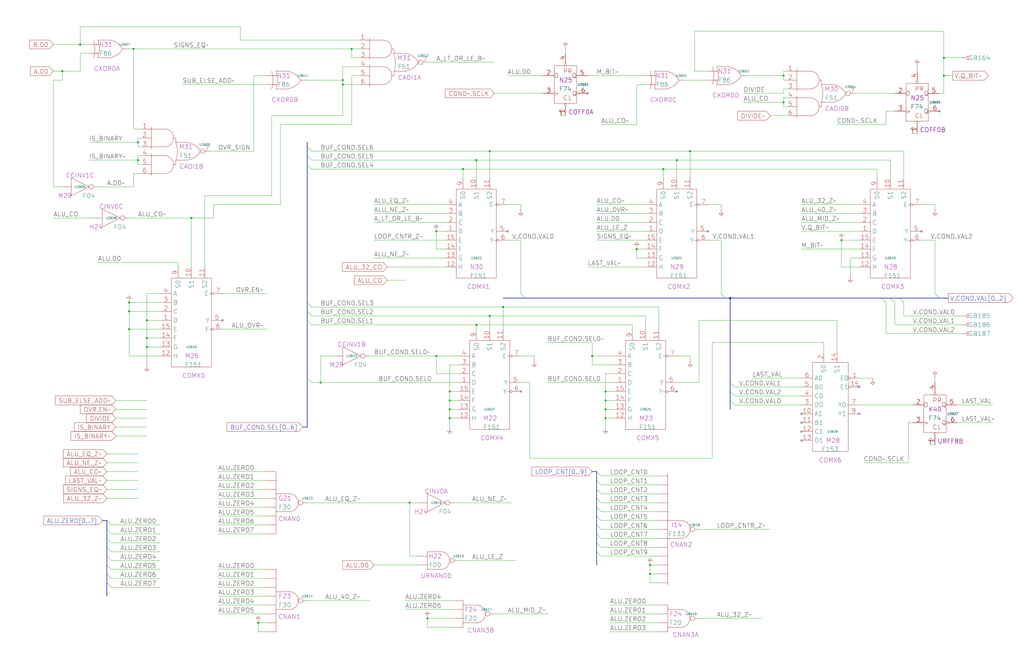
<source format=kicad_sch>
(kicad_sch (version 20250114) (generator "eeschema") (generator_version "9.0")
  (paper "User" 584.2 378.46)
  (title_block (title "CONDITION LOGIC") (date "22-MAR-90") (rev "1.0") (comment 1 "VALUE") (comment 2 "232-003063") (comment 3 "S400") (comment 4 "RELEASED"))
  (junction (at 256.54 238.76))
  (junction (at 370.84 322.58))
  (junction (at 480.06 137.16))
  (junction (at 264.16 96.52))
  (junction (at 200.66 27.94))
  (junction (at 393.7 86.36))
  (junction (at 109.22 124.46))
  (junction (at 370.84 327.66))
  (junction (at 73.66 177.8))
  (junction (at 195.58 45.72))
  (junction (at 76.2 27.94))
  (junction (at 233.68 287.02))
  (junction (at 363.22 142.24))
  (junction (at 279.4 180.34))
  (junction (at 78.74 91.44))
  (junction (at 378.46 96.52))
  (junction (at 416.56 170.18))
  (junction (at 182.88 218.44))
  (junction (at 147.32 355.6))
  (junction (at 538.48 43.18))
  (junction (at 45.72 25.4))
  (junction (at 538.48 33.02))
  (junction (at 195.58 48.26))
  (junction (at 35.56 40.64))
  (junction (at 256.54 223.52))
  (junction (at 256.54 228.6))
  (junction (at 279.4 86.36))
  (junction (at 73.66 172.72))
  (junction (at 345.44 238.76))
  (junction (at 83.82 198.12))
  (junction (at 243.84 353.06))
  (junction (at 271.78 91.44))
  (junction (at 345.44 233.68))
  (junction (at 248.92 132.08))
  (junction (at 83.82 193.04))
  (junction (at 345.44 228.6))
  (junction (at 447.04 58.42))
  (junction (at 287.02 175.26))
  (junction (at 386.08 91.44))
  (junction (at 248.92 203.2))
  (junction (at 345.44 223.52))
  (junction (at 73.66 187.96))
  (junction (at 78.74 81.28))
  (junction (at 83.82 182.88))
  (junction (at 256.54 233.68))
  (junction (at 447.04 43.18))
  (junction (at 337.82 203.2))
  (junction (at 271.78 185.42))
  (no_connect (at 457.2 241.3))
  (no_connect (at 386.08 223.52))
  (no_connect (at 535.94 63.5))
  (no_connect (at 335.28 53.34))
  (no_connect (at 127 182.88))
  (no_connect (at 457.2 246.38))
  (no_connect (at 457.2 236.22))
  (no_connect (at 525.78 132.08))
  (no_connect (at 403.86 132.08))
  (no_connect (at 490.22 236.22))
  (no_connect (at 490.22 220.98))
  (no_connect (at 457.2 251.46))
  (no_connect (at 289.56 132.08))
  (no_connect (at 297.18 223.52))
  (bus_entry (at 175.26 83.82) (size 2.54 2.54))
  (bus_entry (at 340.36 269.24) (size 2.54 2.54))
  (bus_entry (at 175.26 215.9) (size 2.54 2.54))
  (bus_entry (at 416.56 223.52) (size 2.54 2.54))
  (bus_entry (at 411.48 167.64) (size 2.54 2.54))
  (bus_entry (at 175.26 182.88) (size 2.54 2.54))
  (bus_entry (at 502.92 170.18) (size 2.54 2.54))
  (bus_entry (at 60.96 307.34) (size 2.54 2.54))
  (bus_entry (at 340.36 279.4) (size 2.54 2.54))
  (bus_entry (at 175.26 177.8) (size 2.54 2.54))
  (bus_entry (at 60.96 332.74) (size 2.54 2.54))
  (bus_entry (at 175.26 172.72) (size 2.54 2.54))
  (bus_entry (at 340.36 309.88) (size 2.54 2.54))
  (bus_entry (at 340.36 274.32) (size 2.54 2.54))
  (bus_entry (at 60.96 317.5) (size 2.54 2.54))
  (bus_entry (at 340.36 284.48) (size 2.54 2.54))
  (bus_entry (at 175.26 88.9) (size 2.54 2.54))
  (bus_entry (at 508 170.18) (size 2.54 2.54))
  (bus_entry (at 60.96 302.26) (size 2.54 2.54))
  (bus_entry (at 340.36 299.72) (size 2.54 2.54))
  (bus_entry (at 60.96 322.58) (size 2.54 2.54))
  (bus_entry (at 533.4 167.64) (size 2.54 2.54))
  (bus_entry (at 175.26 93.98) (size 2.54 2.54))
  (bus_entry (at 513.08 170.18) (size 2.54 2.54))
  (bus_entry (at 60.96 327.66) (size 2.54 2.54))
  (bus_entry (at 297.18 167.64) (size 2.54 2.54))
  (bus_entry (at 340.36 294.64) (size 2.54 2.54))
  (bus_entry (at 340.36 304.8) (size 2.54 2.54))
  (bus_entry (at 416.56 218.44) (size 2.54 2.54))
  (bus_entry (at 416.56 228.6) (size 2.54 2.54))
  (bus_entry (at 60.96 312.42) (size 2.54 2.54))
  (bus_entry (at 60.96 297.18) (size 2.54 2.54))
  (bus_entry (at 340.36 289.56) (size 2.54 2.54))
  (bus_entry (at 340.36 314.96) (size 2.54 2.54))
  (wire (pts (xy 515.62 172.72) (xy 515.62 180.34)))
  (wire (pts (xy 63.5 325.12) (xy 91.44 325.12)))
  (wire (pts (xy 213.36 121.92) (xy 254 121.92)))
  (wire (pts (xy 78.74 91.44) (xy 78.74 88.9)))
  (wire (pts (xy 233.68 317.5) (xy 233.68 287.02)))
  (wire (pts (xy 73.66 172.72) (xy 91.44 172.72)))
  (wire (pts (xy 83.82 198.12) (xy 91.44 198.12)))
  (wire (pts (xy 73.66 187.96) (xy 73.66 177.8)))
  (wire (pts (xy 457.2 142.24) (xy 490.22 142.24)))
  (wire (pts (xy 345.44 223.52) (xy 350.52 223.52)))
  (wire (pts (xy 335.28 43.18) (xy 368.3 43.18)))
  (wire (pts (xy 386.08 218.44) (xy 398.78 218.44)))
  (wire (pts (xy 261.62 208.28) (xy 256.54 208.28)))
  (wire (pts (xy 137.16 22.86) (xy 137.16 15.24)))
  (wire (pts (xy 340.36 127) (xy 368.3 127)))
  (wire (pts (xy 121.92 116.84) (xy 121.92 124.46)))
  (wire (pts (xy 175.26 342.9) (xy 210.82 342.9)))
  (wire (pts (xy 81.28 93.98) (xy 78.74 93.98)))
  (wire (pts (xy 515.62 86.36) (xy 515.62 101.6)))
  (wire (pts (xy 248.92 213.36) (xy 248.92 203.2)))
  (wire (pts (xy 124.46 325.12) (xy 152.4 325.12)))
  (wire (pts (xy 518.16 264.16) (xy 518.16 241.3)))
  (wire (pts (xy 505.46 190.5) (xy 505.46 172.72)))
  (wire (pts (xy 279.4 86.36) (xy 393.7 86.36)))
  (wire (pts (xy 363.22 147.32) (xy 363.22 142.24)))
  (wire (pts (xy 419.1 226.06) (xy 457.2 226.06)))
  (wire (pts (xy 63.5 314.96) (xy 91.44 314.96)))
  (wire (pts (xy 457.2 121.92) (xy 490.22 121.92)))
  (wire (pts (xy 411.48 137.16) (xy 411.48 167.64)))
  (wire (pts (xy 63.5 299.72) (xy 91.44 299.72)))
  (wire (pts (xy 350.52 213.36) (xy 345.44 213.36)))
  (wire (pts (xy 281.94 53.34) (xy 309.88 53.34)))
  (wire (pts (xy 231.14 347.98) (xy 259.08 347.98)))
  (wire (pts (xy 35.56 106.68) (xy 30.48 106.68)))
  (bus (pts (xy 175.26 182.88) (xy 175.26 215.9)))
  (wire (pts (xy 124.46 269.24) (xy 152.4 269.24)))
  (bus (pts (xy 175.26 81.28) (xy 175.26 83.82)))
  (wire (pts (xy 398.78 302.26) (xy 439.42 302.26)))
  (wire (pts (xy 254 142.24) (xy 248.92 142.24)))
  (wire (pts (xy 340.36 137.16) (xy 368.3 137.16)))
  (bus (pts (xy 416.56 170.18) (xy 416.56 218.44)))
  (wire (pts (xy 55.88 106.68) (xy 76.2 106.68)))
  (bus (pts (xy 60.96 322.58) (xy 60.96 327.66)))
  (wire (pts (xy 63.5 309.88) (xy 91.44 309.88)))
  (wire (pts (xy 78.74 78.74) (xy 81.28 78.74)))
  (wire (pts (xy 119.38 86.36) (xy 144.78 86.36)))
  (wire (pts (xy 538.48 33.02) (xy 538.48 43.18)))
  (bus (pts (xy 175.26 172.72) (xy 175.26 177.8)))
  (wire (pts (xy 124.46 289.56) (xy 152.4 289.56)))
  (wire (pts (xy 182.88 203.2) (xy 190.5 203.2)))
  (wire (pts (xy 60.96 269.24) (xy 78.74 269.24)))
  (wire (pts (xy 535.94 53.34) (xy 538.48 53.34)))
  (wire (pts (xy 426.72 43.18) (xy 447.04 43.18)))
  (wire (pts (xy 345.44 233.68) (xy 345.44 238.76)))
  (wire (pts (xy 345.44 228.6) (xy 350.52 228.6)))
  (wire (pts (xy 345.44 238.76) (xy 345.44 243.84)))
  (wire (pts (xy 386.08 91.44) (xy 508 91.44)))
  (wire (pts (xy 525.78 137.16) (xy 533.4 137.16)))
  (wire (pts (xy 347.98 345.44) (xy 375.92 345.44)))
  (wire (pts (xy 477.52 182.88) (xy 477.52 200.66)))
  (bus (pts (xy 175.26 88.9) (xy 175.26 93.98)))
  (wire (pts (xy 457.2 132.08) (xy 490.22 132.08)))
  (wire (pts (xy 50.8 91.44) (xy 78.74 91.44)))
  (wire (pts (xy 297.18 119.38) (xy 297.18 116.84)))
  (wire (pts (xy 297.18 203.2) (xy 304.8 203.2)))
  (wire (pts (xy 289.56 116.84) (xy 297.18 116.84)))
  (wire (pts (xy 424.18 58.42) (xy 447.04 58.42)))
  (wire (pts (xy 259.08 358.14) (xy 243.84 358.14)))
  (bus (pts (xy 60.96 302.26) (xy 60.96 307.34)))
  (wire (pts (xy 342.9 302.26) (xy 375.92 302.26)))
  (wire (pts (xy 538.48 43.18) (xy 543.56 43.18)))
  (wire (pts (xy 393.7 86.36) (xy 515.62 86.36)))
  (wire (pts (xy 195.58 45.72) (xy 195.58 38.1)))
  (wire (pts (xy 182.88 218.44) (xy 261.62 218.44)))
  (wire (pts (xy 457.2 116.84) (xy 490.22 116.84)))
  (wire (pts (xy 60.96 279.4) (xy 78.74 279.4)))
  (wire (pts (xy 368.3 180.34) (xy 368.3 187.96)))
  (bus (pts (xy 58.42 297.18) (xy 60.96 297.18)))
  (wire (pts (xy 370.84 327.66) (xy 375.92 327.66)))
  (wire (pts (xy 261.62 223.52) (xy 256.54 223.52)))
  (wire (pts (xy 147.32 360.68) (xy 147.32 355.6)))
  (wire (pts (xy 533.4 137.16) (xy 533.4 167.64)))
  (wire (pts (xy 124.46 335.28) (xy 152.4 335.28)))
  (wire (pts (xy 429.26 215.9) (xy 457.2 215.9)))
  (wire (pts (xy 490.22 152.4) (xy 480.06 152.4)))
  (wire (pts (xy 447.04 50.8) (xy 449.58 50.8)))
  (wire (pts (xy 83.82 193.04) (xy 83.82 198.12)))
  (wire (pts (xy 124.46 294.64) (xy 152.4 294.64)))
  (wire (pts (xy 73.66 187.96) (xy 91.44 187.96)))
  (wire (pts (xy 116.84 111.76) (xy 154.94 111.76)))
  (wire (pts (xy 271.78 91.44) (xy 271.78 101.6)))
  (bus (pts (xy 340.36 279.4) (xy 340.36 284.48)))
  (wire (pts (xy 271.78 185.42) (xy 271.78 187.96)))
  (bus (pts (xy 416.56 218.44) (xy 416.56 223.52)))
  (bus (pts (xy 340.36 284.48) (xy 340.36 289.56)))
  (wire (pts (xy 393.7 86.36) (xy 393.7 101.6)))
  (wire (pts (xy 243.84 35.56) (xy 281.94 35.56)))
  (bus (pts (xy 60.96 332.74) (xy 60.96 340.36)))
  (wire (pts (xy 546.1 241.3) (xy 566.42 241.3)))
  (wire (pts (xy 35.56 40.64) (xy 35.56 45.72)))
  (wire (pts (xy 546.1 231.14) (xy 566.42 231.14)))
  (wire (pts (xy 177.8 91.44) (xy 271.78 91.44)))
  (wire (pts (xy 66.04 228.6) (xy 83.82 228.6)))
  (wire (pts (xy 195.58 48.26) (xy 195.58 66.04)))
  (wire (pts (xy 447.04 53.34) (xy 447.04 50.8)))
  (wire (pts (xy 264.16 96.52) (xy 378.46 96.52)))
  (wire (pts (xy 447.04 45.72) (xy 447.04 43.18)))
  (wire (pts (xy 60.96 284.48) (xy 78.74 284.48)))
  (wire (pts (xy 360.68 185.42) (xy 360.68 187.96)))
  (wire (pts (xy 124.46 330.2) (xy 152.4 330.2)))
  (wire (pts (xy 248.92 203.2) (xy 261.62 203.2)))
  (wire (pts (xy 177.8 175.26) (xy 287.02 175.26)))
  (bus (pts (xy 416.56 170.18) (xy 502.92 170.18)))
  (wire (pts (xy 345.44 228.6) (xy 345.44 233.68)))
  (bus (pts (xy 60.96 327.66) (xy 60.96 332.74)))
  (wire (pts (xy 480.06 152.4) (xy 480.06 137.16)))
  (wire (pts (xy 370.84 332.74) (xy 370.84 327.66)))
  (wire (pts (xy 177.8 180.34) (xy 279.4 180.34)))
  (wire (pts (xy 175.26 45.72) (xy 195.58 45.72)))
  (bus (pts (xy 502.92 170.18) (xy 508 170.18)))
  (wire (pts (xy 302.26 218.44) (xy 302.26 261.62)))
  (wire (pts (xy 30.48 124.46) (xy 53.34 124.46)))
  (wire (pts (xy 76.2 27.94) (xy 200.66 27.94)))
  (wire (pts (xy 76.2 106.68) (xy 76.2 99.06)))
  (wire (pts (xy 63.5 335.28) (xy 91.44 335.28)))
  (bus (pts (xy 60.96 297.18) (xy 60.96 302.26)))
  (wire (pts (xy 182.88 218.44) (xy 182.88 203.2)))
  (wire (pts (xy 370.84 322.58) (xy 375.92 322.58)))
  (bus (pts (xy 340.36 274.32) (xy 340.36 279.4)))
  (wire (pts (xy 124.46 350.52) (xy 152.4 350.52)))
  (wire (pts (xy 256.54 238.76) (xy 256.54 243.84)))
  (wire (pts (xy 485.14 157.48) (xy 485.14 147.32)))
  (wire (pts (xy 335.28 152.4) (xy 368.3 152.4)))
  (wire (pts (xy 375.92 175.26) (xy 375.92 187.96)))
  (wire (pts (xy 205.74 48.26) (xy 195.58 48.26)))
  (wire (pts (xy 345.44 233.68) (xy 350.52 233.68)))
  (wire (pts (xy 160.02 116.84) (xy 121.92 116.84)))
  (wire (pts (xy 73.66 27.94) (xy 76.2 27.94)))
  (bus (pts (xy 535.94 170.18) (xy 541.02 170.18)))
  (wire (pts (xy 233.68 287.02) (xy 238.76 287.02)))
  (wire (pts (xy 525.78 116.84) (xy 533.4 116.84)))
  (wire (pts (xy 449.58 60.96) (xy 447.04 60.96)))
  (wire (pts (xy 393.7 205.74) (xy 393.7 203.2)))
  (wire (pts (xy 345.44 238.76) (xy 350.52 238.76)))
  (bus (pts (xy 414.02 170.18) (xy 416.56 170.18)))
  (wire (pts (xy 66.04 243.84) (xy 83.82 243.84)))
  (wire (pts (xy 55.88 149.86) (xy 101.6 149.86)))
  (wire (pts (xy 424.18 53.34) (xy 447.04 53.34)))
  (wire (pts (xy 533.4 215.9) (xy 533.4 218.44)))
  (wire (pts (xy 73.66 203.2) (xy 73.66 187.96)))
  (wire (pts (xy 287.02 175.26) (xy 375.92 175.26)))
  (wire (pts (xy 147.32 355.6) (xy 152.4 355.6)))
  (wire (pts (xy 518.16 241.3) (xy 520.7 241.3)))
  (wire (pts (xy 271.78 91.44) (xy 386.08 91.44)))
  (wire (pts (xy 83.82 167.64) (xy 83.82 182.88)))
  (wire (pts (xy 45.72 30.48) (xy 50.8 30.48)))
  (wire (pts (xy 60.96 264.16) (xy 78.74 264.16)))
  (wire (pts (xy 177.8 185.42) (xy 271.78 185.42)))
  (wire (pts (xy 81.28 83.82) (xy 78.74 83.82)))
  (wire (pts (xy 124.46 340.36) (xy 152.4 340.36)))
  (wire (pts (xy 248.92 132.08) (xy 254 132.08)))
  (wire (pts (xy 342.9 317.5) (xy 375.92 317.5)))
  (wire (pts (xy 490.22 215.9) (xy 497.84 215.9)))
  (wire (pts (xy 220.98 152.4) (xy 254 152.4)))
  (wire (pts (xy 419.1 231.14) (xy 457.2 231.14)))
  (wire (pts (xy 368.3 147.32) (xy 363.22 147.32)))
  (wire (pts (xy 256.54 233.68) (xy 256.54 238.76)))
  (wire (pts (xy 137.16 15.24) (xy 45.72 15.24)))
  (wire (pts (xy 403.86 40.64) (xy 396.24 40.64)))
  (wire (pts (xy 154.94 111.76) (xy 154.94 66.04)))
  (wire (pts (xy 508 91.44) (xy 508 101.6)))
  (wire (pts (xy 35.56 40.64) (xy 45.72 40.64)))
  (wire (pts (xy 279.4 180.34) (xy 368.3 180.34)))
  (wire (pts (xy 406.4 195.58) (xy 469.9 195.58)))
  (wire (pts (xy 73.66 177.8) (xy 73.66 172.72)))
  (wire (pts (xy 342.9 281.94) (xy 375.92 281.94)))
  (wire (pts (xy 530.86 254) (xy 533.4 254)))
  (wire (pts (xy 406.4 261.62) (xy 406.4 195.58)))
  (wire (pts (xy 492.76 264.16) (xy 518.16 264.16)))
  (wire (pts (xy 342.9 271.78) (xy 375.92 271.78)))
  (wire (pts (xy 50.8 81.28) (xy 78.74 81.28)))
  (wire (pts (xy 213.36 322.58) (xy 238.76 322.58)))
  (bus (pts (xy 340.36 289.56) (xy 340.36 294.64)))
  (bus (pts (xy 172.72 243.84) (xy 175.26 243.84)))
  (wire (pts (xy 340.36 132.08) (xy 368.3 132.08)))
  (wire (pts (xy 213.36 116.84) (xy 254 116.84)))
  (wire (pts (xy 449.58 45.72) (xy 447.04 45.72)))
  (wire (pts (xy 200.66 43.18) (xy 200.66 71.12)))
  (wire (pts (xy 248.92 142.24) (xy 248.92 132.08)))
  (wire (pts (xy 124.46 274.32) (xy 152.4 274.32)))
  (wire (pts (xy 342.9 297.18) (xy 375.92 297.18)))
  (wire (pts (xy 177.8 218.44) (xy 182.88 218.44)))
  (wire (pts (xy 548.64 190.5) (xy 505.46 190.5)))
  (wire (pts (xy 30.48 25.4) (xy 45.72 25.4)))
  (wire (pts (xy 322.58 27.94) (xy 322.58 30.48)))
  (wire (pts (xy 264.16 96.52) (xy 264.16 101.6)))
  (wire (pts (xy 160.02 71.12) (xy 160.02 116.84)))
  (wire (pts (xy 271.78 185.42) (xy 360.68 185.42)))
  (wire (pts (xy 259.08 287.02) (xy 292.1 287.02)))
  (wire (pts (xy 312.42 218.44) (xy 350.52 218.44)))
  (wire (pts (xy 520.7 76.2) (xy 523.24 76.2)))
  (wire (pts (xy 538.48 17.78) (xy 538.48 33.02)))
  (wire (pts (xy 396.24 17.78) (xy 538.48 17.78)))
  (wire (pts (xy 447.04 55.88) (xy 449.58 55.88)))
  (wire (pts (xy 205.74 43.18) (xy 200.66 43.18)))
  (bus (pts (xy 60.96 307.34) (xy 60.96 312.42)))
  (bus (pts (xy 340.36 269.24) (xy 340.36 274.32)))
  (bus (pts (xy 175.26 215.9) (xy 175.26 243.84)))
  (bus (pts (xy 416.56 223.52) (xy 416.56 228.6)))
  (wire (pts (xy 386.08 203.2) (xy 393.7 203.2)))
  (wire (pts (xy 340.36 121.92) (xy 368.3 121.92)))
  (wire (pts (xy 289.56 43.18) (xy 309.88 43.18)))
  (bus (pts (xy 287.02 170.18) (xy 299.72 170.18)))
  (wire (pts (xy 124.46 299.72) (xy 152.4 299.72)))
  (wire (pts (xy 121.92 124.46) (xy 109.22 124.46)))
  (wire (pts (xy 320.04 66.04) (xy 322.58 66.04)))
  (wire (pts (xy 104.14 48.26) (xy 152.4 48.26)))
  (wire (pts (xy 195.58 38.1) (xy 205.74 38.1)))
  (wire (pts (xy 500.38 96.52) (xy 500.38 101.6)))
  (wire (pts (xy 378.46 96.52) (xy 500.38 96.52)))
  (wire (pts (xy 505.46 71.12) (xy 505.46 63.5)))
  (wire (pts (xy 243.84 353.06) (xy 259.08 353.06)))
  (wire (pts (xy 256.54 223.52) (xy 256.54 228.6)))
  (wire (pts (xy 510.54 185.42) (xy 510.54 172.72)))
  (bus (pts (xy 60.96 317.5) (xy 60.96 322.58)))
  (wire (pts (xy 279.4 86.36) (xy 279.4 101.6)))
  (wire (pts (xy 279.4 180.34) (xy 279.4 187.96)))
  (wire (pts (xy 109.22 124.46) (xy 73.66 124.46)))
  (wire (pts (xy 261.62 320.04) (xy 294.64 320.04)))
  (wire (pts (xy 347.98 350.52) (xy 375.92 350.52)))
  (wire (pts (xy 238.76 317.5) (xy 233.68 317.5)))
  (wire (pts (xy 213.36 147.32) (xy 254 147.32)))
  (wire (pts (xy 363.22 48.26) (xy 363.22 71.12)))
  (wire (pts (xy 396.24 40.64) (xy 396.24 17.78)))
  (bus (pts (xy 60.96 312.42) (xy 60.96 317.5)))
  (wire (pts (xy 302.26 261.62) (xy 406.4 261.62)))
  (wire (pts (xy 78.74 88.9) (xy 81.28 88.9)))
  (wire (pts (xy 403.86 137.16) (xy 411.48 137.16)))
  (wire (pts (xy 457.2 127) (xy 490.22 127)))
  (wire (pts (xy 45.72 15.24) (xy 45.72 25.4)))
  (wire (pts (xy 231.14 342.9) (xy 259.08 342.9)))
  (wire (pts (xy 477.52 71.12) (xy 505.46 71.12)))
  (wire (pts (xy 398.78 353.06) (xy 434.34 353.06)))
  (wire (pts (xy 391.16 45.72) (xy 403.86 45.72)))
  (wire (pts (xy 101.6 149.86) (xy 101.6 152.4)))
  (wire (pts (xy 210.82 203.2) (xy 248.92 203.2)))
  (wire (pts (xy 256.54 233.68) (xy 261.62 233.68)))
  (wire (pts (xy 116.84 152.4) (xy 116.84 111.76)))
  (wire (pts (xy 124.46 279.4) (xy 152.4 279.4)))
  (wire (pts (xy 30.48 106.68) (xy 30.48 45.72)))
  (bus (pts (xy 340.36 314.96) (xy 340.36 322.58)))
  (wire (pts (xy 304.8 205.74) (xy 304.8 203.2)))
  (wire (pts (xy 177.8 96.52) (xy 264.16 96.52)))
  (wire (pts (xy 76.2 99.06) (xy 81.28 99.06)))
  (wire (pts (xy 342.9 287.02) (xy 375.92 287.02)))
  (bus (pts (xy 340.36 304.8) (xy 340.36 309.88)))
  (wire (pts (xy 60.96 259.08) (xy 78.74 259.08)))
  (wire (pts (xy 261.62 213.36) (xy 248.92 213.36)))
  (wire (pts (xy 256.54 228.6) (xy 256.54 233.68)))
  (wire (pts (xy 66.04 248.92) (xy 83.82 248.92)))
  (bus (pts (xy 175.26 177.8) (xy 175.26 182.88)))
  (wire (pts (xy 363.22 71.12) (xy 342.9 71.12)))
  (wire (pts (xy 154.94 66.04) (xy 195.58 66.04)))
  (wire (pts (xy 297.18 218.44) (xy 302.26 218.44)))
  (wire (pts (xy 83.82 193.04) (xy 91.44 193.04)))
  (wire (pts (xy 109.22 124.46) (xy 109.22 152.4)))
  (wire (pts (xy 195.58 45.72) (xy 195.58 48.26)))
  (wire (pts (xy 200.66 71.12) (xy 160.02 71.12)))
  (wire (pts (xy 45.72 40.64) (xy 45.72 30.48)))
  (wire (pts (xy 124.46 345.44) (xy 152.4 345.44)))
  (wire (pts (xy 439.42 66.04) (xy 449.58 66.04)))
  (wire (pts (xy 337.82 208.28) (xy 350.52 208.28)))
  (wire (pts (xy 220.98 160.02) (xy 231.14 160.02)))
  (wire (pts (xy 347.98 355.6) (xy 375.92 355.6)))
  (wire (pts (xy 127 187.96) (xy 152.4 187.96)))
  (wire (pts (xy 63.5 304.8) (xy 91.44 304.8)))
  (wire (pts (xy 469.9 195.58) (xy 469.9 200.66)))
  (wire (pts (xy 144.78 86.36) (xy 144.78 43.18)))
  (wire (pts (xy 342.9 312.42) (xy 375.92 312.42)))
  (wire (pts (xy 505.46 63.5) (xy 510.54 63.5)))
  (wire (pts (xy 124.46 304.8) (xy 152.4 304.8)))
  (wire (pts (xy 78.74 93.98) (xy 78.74 91.44)))
  (wire (pts (xy 152.4 360.68) (xy 147.32 360.68)))
  (wire (pts (xy 342.9 292.1) (xy 375.92 292.1)))
  (wire (pts (xy 386.08 91.44) (xy 386.08 101.6)))
  (wire (pts (xy 447.04 58.42) (xy 447.04 55.88)))
  (wire (pts (xy 83.82 182.88) (xy 91.44 182.88)))
  (bus (pts (xy 337.82 269.24) (xy 340.36 269.24)))
  (wire (pts (xy 91.44 203.2) (xy 73.66 203.2)))
  (wire (pts (xy 337.82 203.2) (xy 337.82 208.28)))
  (bus (pts (xy 340.36 294.64) (xy 340.36 299.72)))
  (wire (pts (xy 78.74 81.28) (xy 78.74 78.74)))
  (wire (pts (xy 485.14 147.32) (xy 490.22 147.32)))
  (wire (pts (xy 340.36 116.84) (xy 368.3 116.84)))
  (wire (pts (xy 538.48 53.34) (xy 538.48 43.18)))
  (wire (pts (xy 548.64 180.34) (xy 515.62 180.34)))
  (wire (pts (xy 375.92 332.74) (xy 370.84 332.74)))
  (wire (pts (xy 337.82 195.58) (xy 337.82 203.2)))
  (wire (pts (xy 45.72 25.4) (xy 50.8 25.4)))
  (wire (pts (xy 289.56 137.16) (xy 297.18 137.16)))
  (wire (pts (xy 256.54 208.28) (xy 256.54 223.52)))
  (wire (pts (xy 378.46 96.52) (xy 378.46 101.6)))
  (wire (pts (xy 447.04 43.18) (xy 447.04 40.64)))
  (wire (pts (xy 487.68 53.34) (xy 510.54 53.34)))
  (wire (pts (xy 127 167.64) (xy 152.4 167.64)))
  (wire (pts (xy 419.1 220.98) (xy 457.2 220.98)))
  (wire (pts (xy 312.42 195.58) (xy 337.82 195.58)))
  (wire (pts (xy 83.82 182.88) (xy 83.82 193.04)))
  (bus (pts (xy 416.56 228.6) (xy 416.56 233.68)))
  (bus (pts (xy 340.36 309.88) (xy 340.36 314.96)))
  (wire (pts (xy 398.78 218.44) (xy 398.78 182.88)))
  (wire (pts (xy 347.98 360.68) (xy 375.92 360.68)))
  (wire (pts (xy 200.66 27.94) (xy 205.74 27.94)))
  (wire (pts (xy 370.84 327.66) (xy 370.84 322.58)))
  (wire (pts (xy 398.78 182.88) (xy 477.52 182.88)))
  (wire (pts (xy 297.18 137.16) (xy 297.18 167.64)))
  (wire (pts (xy 66.04 238.76) (xy 83.82 238.76)))
  (wire (pts (xy 490.22 231.14) (xy 520.7 231.14)))
  (wire (pts (xy 91.44 167.64) (xy 83.82 167.64)))
  (wire (pts (xy 345.44 213.36) (xy 345.44 223.52)))
  (wire (pts (xy 124.46 284.48) (xy 152.4 284.48)))
  (wire (pts (xy 342.9 307.34) (xy 375.92 307.34)))
  (wire (pts (xy 533.4 119.38) (xy 533.4 116.84)))
  (wire (pts (xy 287.02 175.26) (xy 287.02 187.96)))
  (bus (pts (xy 299.72 170.18) (xy 414.02 170.18)))
  (bus (pts (xy 175.26 83.82) (xy 175.26 88.9)))
  (wire (pts (xy 30.48 45.72) (xy 35.56 45.72)))
  (wire (pts (xy 548.64 185.42) (xy 510.54 185.42)))
  (wire (pts (xy 76.2 73.66) (xy 76.2 27.94)))
  (wire (pts (xy 337.82 203.2) (xy 350.52 203.2)))
  (wire (pts (xy 256.54 238.76) (xy 261.62 238.76)))
  (wire (pts (xy 213.36 127) (xy 254 127)))
  (wire (pts (xy 368.3 48.26) (xy 363.22 48.26)))
  (wire (pts (xy 63.5 320.04) (xy 91.44 320.04)))
  (wire (pts (xy 243.84 358.14) (xy 243.84 353.06)))
  (wire (pts (xy 175.26 287.02) (xy 233.68 287.02)))
  (wire (pts (xy 403.86 116.84) (xy 411.48 116.84)))
  (bus (pts (xy 508 170.18) (xy 513.08 170.18)))
  (wire (pts (xy 523.24 38.1) (xy 523.24 40.64)))
  (wire (pts (xy 144.78 43.18) (xy 152.4 43.18)))
  (wire (pts (xy 548.64 33.02) (xy 538.48 33.02)))
  (bus (pts (xy 340.36 299.72) (xy 340.36 304.8)))
  (wire (pts (xy 81.28 73.66) (xy 76.2 73.66)))
  (wire (pts (xy 177.8 86.36) (xy 279.4 86.36)))
  (wire (pts (xy 78.74 83.82) (xy 78.74 81.28)))
  (wire (pts (xy 256.54 228.6) (xy 261.62 228.6)))
  (wire (pts (xy 200.66 33.02) (xy 205.74 33.02)))
  (bus (pts (xy 513.08 170.18) (xy 535.94 170.18)))
  (wire (pts (xy 30.48 40.64) (xy 35.56 40.64)))
  (wire (pts (xy 447.04 60.96) (xy 447.04 58.42)))
  (wire (pts (xy 480.06 137.16) (xy 490.22 137.16)))
  (wire (pts (xy 66.04 233.68) (xy 83.82 233.68)))
  (wire (pts (xy 363.22 142.24) (xy 368.3 142.24)))
  (wire (pts (xy 83.82 198.12) (xy 83.82 208.28)))
  (wire (pts (xy 345.44 223.52) (xy 345.44 228.6)))
  (wire (pts (xy 73.66 177.8) (xy 91.44 177.8)))
  (wire (pts (xy 213.36 137.16) (xy 254 137.16)))
  (wire (pts (xy 205.74 22.86) (xy 137.16 22.86)))
  (wire (pts (xy 63.5 330.2) (xy 91.44 330.2)))
  (wire (pts (xy 200.66 27.94) (xy 200.66 33.02)))
  (wire (pts (xy 60.96 274.32) (xy 78.74 274.32)))
  (bus (pts (xy 175.26 93.98) (xy 175.26 172.72)))
  (wire (pts (xy 411.48 119.38) (xy 411.48 116.84)))
  (wire (pts (xy 342.9 276.86) (xy 375.92 276.86)))
  (wire (pts (xy 281.94 350.52) (xy 312.42 350.52)))
  (wire (pts (xy 447.04 40.64) (xy 449.58 40.64)))
  (label "ALU_CO~" (at 340.36 116.84 0) (effects (font (size 2.54 2.54))))
  (label "ALU.ZERO0" (at 347.98 345.44 0) (effects (font (size 2.54 2.54))))
  (label "ALU.ZERO7" (at 124.46 304.8 0) (effects (font (size 2.54 2.54))))
  (label "SIGNS_EQ~" (at 99.06 27.94 0) (effects (font (size 2.54 2.54))))
  (label "ALU_32_Z~" (at 457.2 116.84 0) (effects (font (size 2.54 2.54))))
  (label "ALU_MID_Z~" (at 457.2 127 0) (effects (font (size 2.54 2.54))))
  (label "ALU_CO~" (at 78.74 124.46 0) (effects (font (size 2.54 2.54))))
  (label "A.D0~" (at 60.96 106.68 0) (effects (font (size 2.54 2.54))))
  (label "ALU.ZERO2" (at 68.58 309.88 0) (effects (font (size 2.54 2.54))))
  (label "ALU_EQ_Z~" (at 185.42 287.02 0) (effects (font (size 2.54 2.54))))
  (label "ALU.ZERO4" (at 124.46 345.44 0) (effects (font (size 2.54 2.54))))
  (label "A_LT_OR_LE_B~" (at 248.92 35.56 0) (effects (font (size 2.54 2.54))))
  (label "ALU_MID_Z~" (at 289.56 350.52 0) (effects (font (size 2.54 2.54))))
  (label "ALU_CO" (at 424.18 58.42 0) (effects (font (size 2.54 2.54))))
  (label "SUB_ELSE_ADD~" (at 104.14 48.26 0) (effects (font (size 2.54 2.54))))
  (label "LAST_VAL" (at 548.64 231.14 0) (effects (font (size 2.54 2.54))))
  (label "LOOP_CNT0" (at 347.98 271.78 0) (effects (font (size 2.54 2.54))))
  (label "ALU.ZERO1" (at 68.58 304.8 0) (effects (font (size 2.54 2.54))))
  (label "BUF_COND.SEL6" (at 182.88 86.36 0) (effects (font (size 2.54 2.54))))
  (label "OVR_SIGN" (at 124.46 86.36 0) (effects (font (size 2.54 2.54))))
  (label "V.COND.VAL0" (at 292.1 137.16 0) (effects (font (size 2.54 2.54))))
  (label "V.COND.VAL0" (at 520.7 180.34 0) (effects (font (size 2.54 2.54))))
  (label "LOOP_CNT6" (at 347.98 302.26 0) (effects (font (size 2.54 2.54))))
  (label "LOOP_CNT4" (at 347.98 292.1 0) (effects (font (size 2.54 2.54))))
  (label "ALU.ZERO5" (at 68.58 325.12 0) (effects (font (size 2.54 2.54))))
  (label "ALU.ZERO6" (at 124.46 299.72 0) (effects (font (size 2.54 2.54))))
  (label "LAST_VAL" (at 429.26 215.9 0) (effects (font (size 2.54 2.54))))
  (label "ALU_LE_Z" (at 269.24 320.04 0) (effects (font (size 2.54 2.54))))
  (label "ALU.ZERO2" (at 124.46 335.28 0) (effects (font (size 2.54 2.54))))
  (label "DIVIDE" (at 424.18 53.34 0) (effects (font (size 2.54 2.54))))
  (label "ALU.ZERO6" (at 68.58 330.2 0) (effects (font (size 2.54 2.54))))
  (label "ALU.ZERO0" (at 124.46 269.24 0) (effects (font (size 2.54 2.54))))
  (label "ALU_NE_Z~" (at 213.36 121.92 0) (effects (font (size 2.54 2.54))))
  (label "ALU.D0" (at 340.36 127 0) (effects (font (size 2.54 2.54))))
  (label "ALU.ZERO3" (at 124.46 340.36 0) (effects (font (size 2.54 2.54))))
  (label "ALU.ZERO7" (at 68.58 335.28 0) (effects (font (size 2.54 2.54))))
  (label "ALU_EQ_Z~" (at 213.36 116.84 0) (effects (font (size 2.54 2.54))))
  (label "V.COND.VAL1" (at 421.64 220.98 0) (effects (font (size 2.54 2.54))))
  (label "ALU.ZERO5" (at 231.14 347.98 0) (effects (font (size 2.54 2.54))))
  (label "V.COND.VAL2" (at 530.86 137.16 0) (effects (font (size 2.54 2.54))))
  (label "LOOP_CNT9" (at 347.98 317.5 0) (effects (font (size 2.54 2.54))))
  (label "ALU.ZERO3" (at 68.58 314.96 0) (effects (font (size 2.54 2.54))))
  (label "ALU_NE_Z~" (at 213.36 147.32 0) (effects (font (size 2.54 2.54))))
  (label "V.COND.VAL1" (at 406.4 137.16 0) (effects (font (size 2.54 2.54))))
  (label "BUF_COND.SEL0~" (at 213.36 203.2 0) (effects (font (size 2.54 2.54))))
  (label "BUF_COND.SEL2" (at 182.88 180.34 0) (effects (font (size 2.54 2.54))))
  (label "LOOP_CNTR_Z~" (at 213.36 137.16 0) (effects (font (size 2.54 2.54))))
  (label "ALU.ZERO4" (at 68.58 320.04 0) (effects (font (size 2.54 2.54))))
  (label "V.COND.VAL1" (at 520.7 185.42 0) (effects (font (size 2.54 2.54))))
  (label "V.COND.VAL2" (at 520.7 190.5 0) (effects (font (size 2.54 2.54))))
  (label "ALU_CO" (at 30.48 124.46 0) (effects (font (size 2.54 2.54))))
  (label "ALU.ZERO1" (at 124.46 274.32 0) (effects (font (size 2.54 2.54))))
  (label "ALU_40_Z~" (at 457.2 121.92 0) (effects (font (size 2.54 2.54))))
  (label "LOOP_CNT3" (at 347.98 287.02 0) (effects (font (size 2.54 2.54))))
  (label "ALU.ZERO1" (at 124.46 330.2 0) (effects (font (size 2.54 2.54))))
  (label "BUF_COND.SEL0~" (at 312.42 195.58 0) (effects (font (size 2.54 2.54))))
  (label "ALU.ZERO2" (at 124.46 279.4 0) (effects (font (size 2.54 2.54))))
  (label "ALU.D0" (at 289.56 43.18 0) (effects (font (size 2.54 2.54))))
  (label "LOOP_CNT2" (at 347.98 281.94 0) (effects (font (size 2.54 2.54))))
  (label "IS_BINARY" (at 50.8 81.28 0) (effects (font (size 2.54 2.54))))
  (label "ALU.ZERO3" (at 347.98 360.68 0) (effects (font (size 2.54 2.54))))
  (label "LOOP_CNT7" (at 347.98 307.34 0) (effects (font (size 2.54 2.54))))
  (label "ALU.ZERO0" (at 68.58 299.72 0) (effects (font (size 2.54 2.54))))
  (label "V.Q_BIT~" (at 457.2 132.08 0) (effects (font (size 2.54 2.54))))
  (label "ALU_40_Z~" (at 185.42 342.9 0) (effects (font (size 2.54 2.54))))
  (label "ALU.ZERO5" (at 124.46 350.52 0) (effects (font (size 2.54 2.54))))
  (label "M_BIT~" (at 340.36 43.18 0) (effects (font (size 2.54 2.54))))
  (label "ALU_CO~" (at 342.9 71.12 0) (effects (font (size 2.54 2.54))))
  (label "LOOP_CNT8" (at 347.98 312.42 0) (effects (font (size 2.54 2.54))))
  (label "LAST_VAL~" (at 548.64 241.3 0) (effects (font (size 2.54 2.54))))
  (label "ALU.ZERO0" (at 124.46 325.12 0) (effects (font (size 2.54 2.54))))
  (label "ALU.ZERO3" (at 124.46 284.48 0) (effects (font (size 2.54 2.54))))
  (label "LAST_VAL~" (at 335.28 152.4 0) (effects (font (size 2.54 2.54))))
  (label "V.COND.VAL0" (at 421.64 231.14 0) (effects (font (size 2.54 2.54))))
  (label "IS_BINARY~" (at 50.8 91.44 0) (effects (font (size 2.54 2.54))))
  (label "ALU.ZERO2" (at 347.98 355.6 0) (effects (font (size 2.54 2.54))))
  (label "ALU.ZERO1" (at 347.98 350.52 0) (effects (font (size 2.54 2.54))))
  (label "COND~.SCLK" (at 477.52 71.12 0) (effects (font (size 2.54 2.54))))
  (label "M_BIT~" (at 457.2 142.24 0) (effects (font (size 2.54 2.54))))
  (label "ALU.D0" (at 55.88 149.86 0) (effects (font (size 2.54 2.54))))
  (label "ALU_32_Z~" (at 408.94 353.06 0) (effects (font (size 2.54 2.54))))
  (label "ALU.ZERO4" (at 231.14 342.9 0) (effects (font (size 2.54 2.54))))
  (label "COND~.SCLK" (at 492.76 264.16 0) (effects (font (size 2.54 2.54))))
  (label "ALU_OVR~" (at 340.36 121.92 0) (effects (font (size 2.54 2.54))))
  (label "ALU_NE_Z~" (at 269.24 287.02 0) (effects (font (size 2.54 2.54))))
  (label "OVR.EN~" (at 134.62 167.64 0) (effects (font (size 2.54 2.54))))
  (label "LOOP_CNT1" (at 347.98 276.86 0) (effects (font (size 2.54 2.54))))
  (label "ALU.ZERO4" (at 124.46 289.56 0) (effects (font (size 2.54 2.54))))
  (label "BUF_COND.SEL0" (at 215.9 218.44 0) (effects (font (size 2.54 2.54))))
  (label "BUF_COND.SEL5" (at 182.88 91.44 0) (effects (font (size 2.54 2.54))))
  (label "V.COND.VAL2" (at 421.64 226.06 0) (effects (font (size 2.54 2.54))))
  (label "SIGNS_EQ~" (at 340.36 137.16 0) (effects (font (size 2.54 2.54))))
  (label "BUF_COND.SEL3" (at 182.88 175.26 0) (effects (font (size 2.54 2.54))))
  (label "A_LT_OR_LE_B~" (at 213.36 127 0) (effects (font (size 2.54 2.54))))
  (label "BUF_COND.SEL0" (at 312.42 218.44 0) (effects (font (size 2.54 2.54))))
  (label "ALU_OVR~" (at 132.08 187.96 0) (effects (font (size 2.54 2.54))))
  (label "BUF_COND.SEL1" (at 182.88 185.42 0) (effects (font (size 2.54 2.54))))
  (label "ALU.ZERO5" (at 124.46 294.64 0) (effects (font (size 2.54 2.54))))
  (label "BUF_COND.SEL4" (at 182.88 96.52 0) (effects (font (size 2.54 2.54))))
  (label "LOOP_CNTR_Z~" (at 408.94 302.26 0) (effects (font (size 2.54 2.54))))
  (label "ALU_LE_Z" (at 340.36 132.08 0) (effects (font (size 2.54 2.54))))
  (label "LOOP_CNT5" (at 347.98 297.18 0) (effects (font (size 2.54 2.54))))
  (global_label "COND~.SCLK" (shape input) (at 281.94 53.34 180) (effects (font (size 2.54 2.54))) (property "Intersheetrefs" "${INTERSHEET_REFS}" (at 254.133 53.1813 0) (effects (font (size 1.905 1.905)) (justify right))))
  (global_label "DIVIDE~" (shape input) (at 439.42 66.04 180) (effects (font (size 2.54 2.54))) (property "Intersheetrefs" "${INTERSHEET_REFS}" (at 420.8054 65.8813 0) (effects (font (size 1.905 1.905)) (justify right))))
  (global_label "ALU_CO" (shape input) (at 220.98 160.02 180) (effects (font (size 2.54 2.54))) (property "Intersheetrefs" "${INTERSHEET_REFS}" (at 202.1235 159.8613 0) (effects (font (size 1.905 1.905)) (justify right))))
  (global_label "SIGNS_EQ~" (shape input) (at 60.96 279.4 180) (effects (font (size 2.54 2.54))) (property "Intersheetrefs" "${INTERSHEET_REFS}" (at 36.1769 279.2413 0) (effects (font (size 1.905 1.905)) (justify right))))
  (global_label "IS_BINARY~" (shape input) (at 66.04 248.92 180) (effects (font (size 2.54 2.54))) (property "Intersheetrefs" "${INTERSHEET_REFS}" (at 40.5311 248.7613 0) (effects (font (size 1.905 1.905)) (justify right))))
  (global_label "V.Q_BIT~" (shape output) (at 543.56 43.18 0) (effects (font (size 2.54 2.54))) (property "Intersheetrefs" "${INTERSHEET_REFS}" (at 563.8679 43.0213 0) (effects (font (size 1.905 1.905)) (justify left))))
  (global_label "ALU_EQ_Z~" (shape input) (at 60.96 259.08 180) (effects (font (size 2.54 2.54))) (property "Intersheetrefs" "${INTERSHEET_REFS}" (at 36.1769 258.9213 0) (effects (font (size 1.905 1.905)) (justify right))))
  (global_label "OVR.EN~" (shape input) (at 66.04 233.68 180) (effects (font (size 2.54 2.54))) (property "Intersheetrefs" "${INTERSHEET_REFS}" (at 45.853 233.5213 0) (effects (font (size 1.905 1.905)) (justify right))))
  (global_label "BUF_COND.SEL[0..6]" (shape input) (at 172.72 243.84 180) (effects (font (size 2.54 2.54))) (property "Intersheetrefs" "${INTERSHEET_REFS}" (at 128.8264 243.6813 0) (effects (font (size 1.905 1.905)) (justify right))))
  (global_label "B.D0" (shape input) (at 30.48 25.4 180) (effects (font (size 2.54 2.54))) (property "Intersheetrefs" "${INTERSHEET_REFS}" (at 16.9454 25.2413 0) (effects (font (size 1.905 1.905)) (justify right))))
  (global_label "ALU_NE_Z~" (shape input) (at 60.96 264.16 180) (effects (font (size 2.54 2.54))) (property "Intersheetrefs" "${INTERSHEET_REFS}" (at 36.1769 264.0013 0) (effects (font (size 1.905 1.905)) (justify right))))
  (global_label "ALU.D0" (shape input) (at 213.36 322.58 180) (effects (font (size 2.54 2.54))) (property "Intersheetrefs" "${INTERSHEET_REFS}" (at 195.4711 322.4213 0) (effects (font (size 1.905 1.905)) (justify right))))
  (global_label "V.COND.VAL[0..2]" (shape output) (at 541.02 170.18 0) (effects (font (size 2.54 2.54))) (property "Intersheetrefs" "${INTERSHEET_REFS}" (at 577.8984 170.0213 0) (effects (font (size 1.905 1.905)) (justify left))))
  (global_label "SUB_ELSE_ADD~" (shape input) (at 66.04 228.6 180) (effects (font (size 2.54 2.54))) (property "Intersheetrefs" "${INTERSHEET_REFS}" (at 31.5807 228.4413 0) (effects (font (size 1.905 1.905)) (justify right))))
  (global_label "IS_BINARY" (shape input) (at 66.04 243.84 180) (effects (font (size 2.54 2.54))) (property "Intersheetrefs" "${INTERSHEET_REFS}" (at 42.3454 243.6813 0) (effects (font (size 1.905 1.905)) (justify right))))
  (global_label "ALU_CO~" (shape input) (at 60.96 269.24 180) (effects (font (size 2.54 2.54))) (property "Intersheetrefs" "${INTERSHEET_REFS}" (at 40.2892 269.0813 0) (effects (font (size 1.905 1.905)) (justify right))))
  (global_label "DIVIDE" (shape input) (at 66.04 238.76 180) (effects (font (size 2.54 2.54))) (property "Intersheetrefs" "${INTERSHEET_REFS}" (at 49.2397 238.6013 0) (effects (font (size 1.905 1.905)) (justify right))))
  (global_label "ALU_32_Z~" (shape input) (at 60.96 284.48 180) (effects (font (size 2.54 2.54))) (property "Intersheetrefs" "${INTERSHEET_REFS}" (at 36.2978 284.3213 0) (effects (font (size 1.905 1.905)) (justify right))))
  (global_label "ALU.ZERO[0..7]" (shape input) (at 58.42 297.18 180) (effects (font (size 2.54 2.54))) (property "Intersheetrefs" "${INTERSHEET_REFS}" (at 24.9283 297.0213 0) (effects (font (size 1.905 1.905)) (justify right))))
  (global_label "A.D0" (shape input) (at 30.48 40.64 180) (effects (font (size 2.54 2.54))) (property "Intersheetrefs" "${INTERSHEET_REFS}" (at 17.3083 40.4813 0) (effects (font (size 1.905 1.905)) (justify right))))
  (global_label "LOOP_CNT[0..9]" (shape input) (at 337.82 269.24 180) (effects (font (size 2.54 2.54))) (property "Intersheetrefs" "${INTERSHEET_REFS}" (at 303.3607 269.0813 0) (effects (font (size 1.905 1.905)) (justify right))))
  (global_label "LAST_VAL~" (shape input) (at 60.96 274.32 180) (effects (font (size 2.54 2.54))) (property "Intersheetrefs" "${INTERSHEET_REFS}" (at 37.3864 274.1613 0) (effects (font (size 1.905 1.905)) (justify right))))
  (global_label "ALU_32_CO" (shape input) (at 220.98 152.4 180) (effects (font (size 2.54 2.54))) (property "Intersheetrefs" "${INTERSHEET_REFS}" (at 195.3502 152.2413 0) (effects (font (size 1.905 1.905)) (justify right))))
  (symbol (lib_id "r1000:F151") (at 106.68 203.2 0) (unit 1)
    (property "Reference" "U3610" (at 109.22 198.12 0))
    (property "Value" "F151" (at 105.41 208.28 0) (effects (font (size 2.54 2.54)) (justify left)))
    (property "Location" "M25" (at 105.41 203.2 0) (effects (font (size 2.54 2.54)) (justify left)))
    (property "Name" "COMX0" (at 110.49 215.9 0) (effects (font (size 2.54 2.54)) (justify bottom)))
  )
  (symbol (lib_id "r1000:F86") (at 58.42 27.94 0) (unit 1)
    (property "Reference" "U3607" (at 71.12 25.4 0))
    (property "Value" "F86" (at 60.325 30.48 0) (effects (font (size 2.54 2.54))))
    (property "Location" "N31" (at 60.325 25.4 0) (effects (font (size 2.54 2.54))))
    (property "Name" "CXOR0A" (at 60.96 40.64 0) (effects (font (size 2.54 2.54)) (justify bottom)))
  )
  (symbol (lib_id "r1000:F151") (at 276.86 238.76 0) (unit 1)
    (property "Reference" "U3624" (at 279.4 233.68 0))
    (property "Value" "F151" (at 275.59 243.84 0) (effects (font (size 2.54 2.54)) (justify left)))
    (property "Location" "M22" (at 275.59 238.76 0) (effects (font (size 2.54 2.54)) (justify left)))
    (property "Name" "COMX4" (at 280.67 251.46 0) (effects (font (size 2.54 2.54)) (justify bottom)))
  )
  (symbol (lib_id "r1000:F74") (at 320.04 45.72 0) (unit 1)
    (property "Reference" "U3601" (at 332.74 48.26 0))
    (property "Value" "F74" (at 318.77 50.8 0) (effects (font (size 2.54 2.54)) (justify left)))
    (property "Location" "N25" (at 318.77 45.72 0) (effects (font (size 2.54 2.54)) (justify left)))
    (property "Name" "COFF0A" (at 331.47 65.405 0) (effects (font (size 2.54 2.54)) (justify bottom)))
  )
  (symbol (lib_id "r1000:F51") (at 472.44 50.8 0) (unit 1)
    (property "Reference" "U3604" (at 485.14 49.53 0))
    (property "Value" "F51" (at 474.345 55.88 0) (effects (font (size 2.54 2.54))))
    (property "Location" "M30" (at 474.345 50.8 0) (effects (font (size 2.54 2.54))))
    (property "Name" "CAOI0B" (at 477.52 63.5 0) (effects (font (size 2.54 2.54)) (justify bottom)))
  )
  (symbol (lib_id "r1000:PD") (at 297.18 119.38 0) (unit 1) (in_bom no)
    (property "Reference" "#PWR0104" (effects (hide yes)))
    (property "Value" "PD" (effects (hide yes)))
  )
  (symbol (lib_id "r1000:PU") (at 480.06 137.16 0) (unit 1)
    (property "Reference" "#PWR03610" (effects (hide yes)))
    (property "Value" "PU" (effects (hide yes)))
  )
  (symbol (lib_id "r1000:PD") (at 304.8 205.74 0) (unit 1) (in_bom no)
    (property "Reference" "#PWR03616" (effects (hide yes)))
    (property "Value" "PD" (effects (hide yes)))
  )
  (symbol (lib_id "r1000:GB") (at 548.64 33.02 0) (unit 1)
    (property "Reference" "GB164" (at 552.45 33.02 0) (effects (font (size 2.54 2.54)) (justify left)))
    (property "Value" "GB" (effects (hide yes)))
  )
  (symbol (lib_id "r1000:F86") (at 375.92 45.72 0) (unit 1)
    (property "Reference" "U3602" (at 388.62 43.18 0))
    (property "Value" "F86" (at 377.825 48.26 0) (effects (font (size 2.54 2.54))))
    (property "Location" "N31" (at 377.825 43.18 0) (effects (font (size 2.54 2.54))))
    (property "Name" "CXOR0C" (at 378.46 58.42 0) (effects (font (size 2.54 2.54)) (justify bottom)))
  )
  (symbol (lib_id "r1000:PD") (at 83.82 208.28 0) (unit 1) (in_bom no)
    (property "Reference" "#PWR03606" (effects (hide yes)))
    (property "Value" "PD" (effects (hide yes)))
  )
  (symbol (lib_id "r1000:PU") (at 73.66 172.72 0) (unit 1)
    (property "Reference" "#PWR03605" (effects (hide yes)))
    (property "Value" "PU" (effects (hide yes)))
  )
  (symbol (lib_id "r1000:F86") (at 160.02 45.72 0) (unit 1)
    (property "Reference" "U3611" (at 172.72 43.18 0))
    (property "Value" "F86" (at 161.925 48.26 0) (effects (font (size 2.54 2.54))))
    (property "Location" "N31" (at 161.925 43.18 0) (effects (font (size 2.54 2.54))))
    (property "Name" "CXOR0B" (at 162.56 58.42 0) (effects (font (size 2.54 2.54)) (justify bottom)))
  )
  (symbol (lib_id "r1000:PU") (at 530.86 254 0) (unit 1)
    (property "Reference" "#PWR03620" (effects (hide yes)))
    (property "Value" "PU" (effects (hide yes)))
  )
  (symbol (lib_id "r1000:PU") (at 147.32 355.6 0) (unit 1)
    (property "Reference" "#PWR03607" (effects (hide yes)))
    (property "Value" "PU" (effects (hide yes)))
  )
  (symbol (lib_id "r1000:F04") (at 45.72 106.68 0) (unit 1)
    (property "Reference" "U3606" (at 45.72 106.68 0))
    (property "Value" "F04" (at 46.99 111.76 0) (effects (font (size 2.54 2.54)) (justify left)))
    (property "Location" "M29" (at 33.02 111.76 0) (effects (font (size 2.54 2.54)) (justify left)))
    (property "Name" "CCINV1C" (at 45.72 101.6 0) (effects (font (size 2.54 2.54)) (justify bottom)))
  )
  (symbol (lib_id "r1000:PU") (at 320.04 66.04 0) (unit 1)
    (property "Reference" "#PWR03601" (effects (hide yes)))
    (property "Value" "PU" (effects (hide yes)))
  )
  (symbol (lib_id "r1000:F153") (at 472.44 251.46 0) (unit 1)
    (property "Reference" "U3626" (at 474.98 246.38 0))
    (property "Value" "F153" (at 468.63 256.54 0) (effects (font (size 2.54 2.54)) (justify left)))
    (property "Location" "M28" (at 471.17 251.46 0) (effects (font (size 2.54 2.54)) (justify left)))
    (property "Name" "COMX6" (at 473.71 264.16 0) (effects (font (size 2.54 2.54)) (justify bottom)))
  )
  (symbol (lib_id "r1000:PU") (at 248.92 132.08 0) (unit 1)
    (property "Reference" "#PWR0106" (effects (hide yes)))
    (property "Value" "PU" (effects (hide yes)))
  )
  (symbol (lib_id "r1000:F30") (at 160.02 342.9 0) (unit 1)
    (property "Reference" "U3614" (at 175.26 340.36 0))
    (property "Value" "F30" (at 162.56 345.44 0) (effects (font (size 2.54 2.54))))
    (property "Location" "F23" (at 162.56 340.36 0) (effects (font (size 2.54 2.54))))
    (property "Name" "CNAN1" (at 165.1 353.52 0) (effects (font (size 2.54 2.54)) (justify bottom)))
  )
  (symbol (lib_id "r1000:PU") (at 363.22 142.24 0) (unit 1)
    (property "Reference" "#PWR03613" (effects (hide yes)))
    (property "Value" "PU" (effects (hide yes)))
  )
  (symbol (lib_id "r1000:F04") (at 200.66 203.2 0) (unit 1)
    (property "Reference" "U3623" (at 200.66 203.2 0))
    (property "Value" "F04" (at 201.93 208.28 0) (effects (font (size 2.54 2.54)) (justify left)))
    (property "Location" "M29" (at 187.96 208.28 0) (effects (font (size 2.54 2.54)) (justify left)))
    (property "Name" "CCINV1B" (at 200.66 198.12 0) (effects (font (size 2.54 2.54)) (justify bottom)))
  )
  (symbol (lib_id "r1000:F04") (at 248.92 287.02 0) (unit 1)
    (property "Reference" "U3616" (at 248.92 287.02 0))
    (property "Value" "F04" (at 250.19 292.1 0) (effects (font (size 2.54 2.54)) (justify left)))
    (property "Location" "H24" (at 236.22 292.1 0) (effects (font (size 2.54 2.54)) (justify left)))
    (property "Name" "CINV0A" (at 248.92 281.94 0) (effects (font (size 2.54 2.54)) (justify bottom)))
  )
  (symbol (lib_id "r1000:PU") (at 520.7 76.2 0) (unit 1)
    (property "Reference" "#PWR03603" (effects (hide yes)))
    (property "Value" "PU" (effects (hide yes)))
  )
  (symbol (lib_id "r1000:PD") (at 345.44 243.84 0) (unit 1) (in_bom no)
    (property "Reference" "#PWR03617" (effects (hide yes)))
    (property "Value" "PD" (effects (hide yes)))
  )
  (symbol (lib_id "r1000:PD") (at 497.84 215.9 0) (unit 1) (in_bom no)
    (property "Reference" "#PWR03619" (effects (hide yes)))
    (property "Value" "PD" (effects (hide yes)))
  )
  (symbol (lib_id "r1000:F20") (at 269.24 350.52 0) (unit 1)
    (property "Reference" "U3617" (at 277.495 347.98 0))
    (property "Value" "F20" (at 268.605 353.06 0) (effects (font (size 2.54 2.54))))
    (property "Location" "F24" (at 268.605 347.98 0) (effects (font (size 2.54 2.54))))
    (property "Name" "CNAN3B" (at 274.32 361.315 0) (effects (font (size 2.54 2.54)) (justify bottom)))
  )
  (symbol (lib_id "r1000:F151") (at 269.24 152.4 0) (unit 1)
    (property "Reference" "U3622" (at 271.78 147.32 0))
    (property "Value" "F151" (at 267.97 157.48 0) (effects (font (size 2.54 2.54)) (justify left)))
    (property "Location" "N30" (at 267.97 152.4 0) (effects (font (size 2.54 2.54)) (justify left)))
    (property "Name" "COMX1" (at 273.05 165.1 0) (effects (font (size 2.54 2.54)) (justify bottom)))
  )
  (symbol (lib_id "r1000:F20") (at 386.08 353.06 0) (unit 1)
    (property "Reference" "U3619" (at 394.335 350.52 0))
    (property "Value" "F20" (at 385.445 355.6 0) (effects (font (size 2.54 2.54))))
    (property "Location" "F24" (at 385.445 350.52 0) (effects (font (size 2.54 2.54))))
    (property "Name" "CNAN3A" (at 391.16 363.855 0) (effects (font (size 2.54 2.54)) (justify bottom)))
  )
  (symbol (lib_id "r1000:PU") (at 370.84 322.58 0) (unit 1)
    (property "Reference" "#PWR03609" (effects (hide yes)))
    (property "Value" "PU" (effects (hide yes)))
  )
  (symbol (lib_id "r1000:F151") (at 505.46 152.4 0) (unit 1)
    (property "Reference" "U3620" (at 508 147.32 0))
    (property "Value" "F151" (at 504.19 157.48 0) (effects (font (size 2.54 2.54)) (justify left)))
    (property "Location" "N28" (at 504.19 152.4 0) (effects (font (size 2.54 2.54)) (justify left)))
    (property "Name" "COMX3" (at 509.27 165.1 0) (effects (font (size 2.54 2.54)) (justify bottom)))
  )
  (symbol (lib_id "r1000:F133") (at 383.54 302.26 0) (unit 1)
    (property "Reference" "U3618" (at 396.24 299.72 0))
    (property "Value" "F133" (at 386.08 304.8 0) (effects (font (size 2.54 2.53))))
    (property "Location" "I14" (at 386.08 299.72 0) (effects (font (size 2.54 2.54))))
    (property "Name" "CNAN2" (at 388.62 312.42 0) (effects (font (size 2.54 2.54)) (justify bottom)))
  )
  (symbol (lib_id "r1000:F74") (at 520.7 55.88 0) (unit 1)
    (property "Reference" "U3605" (at 533.4 58.42 0))
    (property "Value" "F74" (at 519.43 60.96 0) (effects (font (size 2.54 2.54)) (justify left)))
    (property "Location" "N25" (at 519.43 55.88 0) (effects (font (size 2.54 2.54)) (justify left)))
    (property "Name" "COFF0B" (at 532.13 75.565 0) (effects (font (size 2.54 2.54)) (justify bottom)))
  )
  (symbol (lib_id "r1000:GB") (at 548.64 180.34 0) (unit 1)
    (property "Reference" "GB185" (at 552.45 180.34 0) (effects (font (size 2.54 2.54)) (justify left)))
    (property "Value" "GB" (effects (hide yes)))
  )
  (symbol (lib_id "r1000:PU") (at 523.24 38.1 0) (unit 1)
    (property "Reference" "#PWR03604" (effects (hide yes)))
    (property "Value" "PU" (effects (hide yes)))
  )
  (symbol (lib_id "r1000:F30") (at 160.02 287.02 0) (unit 1)
    (property "Reference" "U3613" (at 175.26 284.48 0))
    (property "Value" "F30" (at 162.56 289.56 0) (effects (font (size 2.54 2.54))))
    (property "Location" "G21" (at 162.56 284.48 0) (effects (font (size 2.54 2.54))))
    (property "Name" "CNAN0" (at 165.1 297.64 0) (effects (font (size 2.54 2.54)) (justify bottom)))
  )
  (symbol (lib_id "r1000:F151") (at 383.54 152.4 0) (unit 1)
    (property "Reference" "U3621" (at 386.08 147.32 0))
    (property "Value" "F151" (at 382.27 157.48 0) (effects (font (size 2.54 2.54)) (justify left)))
    (property "Location" "N29" (at 382.27 152.4 0) (effects (font (size 2.54 2.54)) (justify left)))
    (property "Name" "COMX2" (at 387.35 165.1 0) (effects (font (size 2.54 2.54)) (justify bottom)))
  )
  (symbol (lib_id "r1000:PD") (at 533.4 119.38 0) (unit 1) (in_bom no)
    (property "Reference" "#PWR03612" (effects (hide yes)))
    (property "Value" "PD" (effects (hide yes)))
  )
  (symbol (lib_id "r1000:F151") (at 365.76 238.76 0) (unit 1)
    (property "Reference" "U3625" (at 368.3 233.68 0))
    (property "Value" "F151" (at 364.49 243.84 0) (effects (font (size 2.54 2.54)) (justify left)))
    (property "Location" "M23" (at 364.49 238.76 0) (effects (font (size 2.54 2.54)) (justify left)))
    (property "Name" "COMX5" (at 369.57 251.46 0) (effects (font (size 2.54 2.54)) (justify bottom)))
  )
  (symbol (lib_id "r1000:PD") (at 256.54 243.84 0) (unit 1) (in_bom no)
    (property "Reference" "#PWR03615" (effects (hide yes)))
    (property "Value" "PD" (effects (hide yes)))
  )
  (symbol (lib_id "r1000:PU") (at 533.4 215.9 0) (unit 1)
    (property "Reference" "#PWR03621" (effects (hide yes)))
    (property "Value" "PU" (effects (hide yes)))
  )
  (symbol (lib_id "r1000:F51") (at 104.14 83.82 0) (unit 1)
    (property "Reference" "U3609" (at 116.84 82.55 0))
    (property "Value" "F51" (at 106.045 88.9 0) (effects (font (size 2.54 2.54))))
    (property "Location" "M31" (at 106.045 83.82 0) (effects (font (size 2.54 2.54))))
    (property "Name" "CAOI1B" (at 109.22 96.52 0) (effects (font (size 2.54 2.54)) (justify bottom)))
  )
  (symbol (lib_id "r1000:PD") (at 393.7 205.74 0) (unit 1) (in_bom no)
    (property "Reference" "#PWR03618" (effects (hide yes)))
    (property "Value" "PD" (effects (hide yes)))
  )
  (symbol (lib_id "r1000:PU") (at 243.84 353.06 0) (unit 1)
    (property "Reference" "#PWR03608" (effects (hide yes)))
    (property "Value" "PU" (effects (hide yes)))
  )
  (symbol (lib_id "r1000:F86") (at 411.48 43.18 0) (unit 1)
    (property "Reference" "U3603" (at 424.18 40.64 0))
    (property "Value" "F86" (at 413.385 45.72 0) (effects (font (size 2.54 2.54))))
    (property "Location" "N31" (at 413.385 40.64 0) (effects (font (size 2.54 2.54))))
    (property "Name" "CXOR0D" (at 414.02 55.88 0) (effects (font (size 2.54 2.54)) (justify bottom)))
  )
  (symbol (lib_id "r1000:GB") (at 548.64 190.5 0) (unit 1)
    (property "Reference" "GB187" (at 552.45 190.5 0) (effects (font (size 2.54 2.54)) (justify left)))
    (property "Value" "GB" (effects (hide yes)))
  )
  (symbol (lib_id "r1000:GB") (at 548.64 185.42 0) (unit 1)
    (property "Reference" "GB186" (at 552.45 185.42 0) (effects (font (size 2.54 2.54)) (justify left)))
    (property "Value" "GB" (effects (hide yes)))
  )
  (symbol (lib_id "r1000:F04") (at 63.5 124.46 0) (unit 1)
    (property "Reference" "U3608" (at 63.5 124.46 0))
    (property "Value" "F04" (at 64.77 129.54 0) (effects (font (size 2.54 2.54)) (justify left)))
    (property "Location" "H24" (at 50.8 129.54 0) (effects (font (size 2.54 2.54)) (justify left)))
    (property "Name" "CINV0C" (at 63.5 119.38 0) (effects (font (size 2.54 2.54)) (justify bottom)))
  )
  (symbol (lib_id "r1000:F74") (at 530.86 233.68 0) (unit 1)
    (property "Reference" "U3627" (at 543.56 236.22 0))
    (property "Value" "F74" (at 529.59 238.76 0) (effects (font (size 2.54 2.54)) (justify left)))
    (property "Location" "K40" (at 529.59 233.68 0) (effects (font (size 2.54 2.54)) (justify left)))
    (property "Name" "URFF8B" (at 542.29 253.365 0) (effects (font (size 2.54 2.54)) (justify bottom)))
  )
  (symbol (lib_id "r1000:F00") (at 246.38 317.5 0) (unit 1)
    (property "Reference" "U3615" (at 261.62 317.5 0))
    (property "Value" "F00" (at 248.285 322.58 0) (effects (font (size 2.54 2.54))))
    (property "Location" "H22" (at 248.285 317.5 0) (effects (font (size 2.54 2.54))))
    (property "Name" "URNAN0D" (at 248.92 330.2 0) (effects (font (size 2.54 2.54)) (justify bottom)))
  )
  (symbol (lib_id "r1000:PD") (at 411.48 119.38 0) (unit 1) (in_bom no)
    (property "Reference" "#PWR03614" (effects (hide yes)))
    (property "Value" "PD" (effects (hide yes)))
  )
  (symbol (lib_id "r1000:PD") (at 485.14 157.48 0) (unit 1) (in_bom no)
    (property "Reference" "#PWR03611" (effects (hide yes)))
    (property "Value" "PD" (effects (hide yes)))
  )
  (symbol (lib_id "r1000:F51") (at 228.6 33.02 0) (unit 1)
    (property "Reference" "U3612" (at 241.3 31.75 0))
    (property "Value" "F51" (at 230.505 38.1 0) (effects (font (size 2.54 2.54))))
    (property "Location" "M31" (at 230.505 33.02 0) (effects (font (size 2.54 2.54))))
    (property "Name" "CAOI1A" (at 233.68 45.72 0) (effects (font (size 2.54 2.54)) (justify bottom)))
  )
  (symbol (lib_id "r1000:PU") (at 322.58 27.94 0) (unit 1)
    (property "Reference" "#PWR03602" (effects (hide yes)))
    (property "Value" "PU" (effects (hide yes)))
  )
)
</source>
